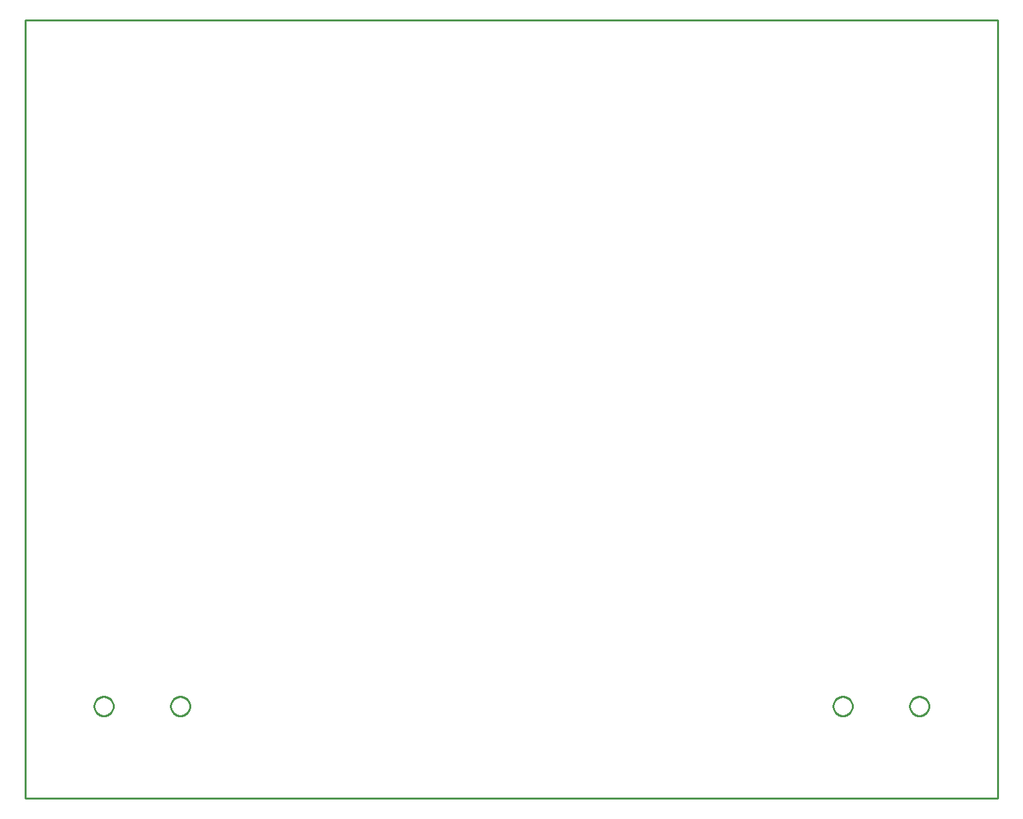
<source format=gbr>
G04 EAGLE Gerber RS-274X export*
G75*
%MOMM*%
%FSLAX34Y34*%
%LPD*%
%IN*%
%IPPOS*%
%AMOC8*
5,1,8,0,0,1.08239X$1,22.5*%
G01*
%ADD10C,0.254000*%


D10*
X0Y0D02*
X1270000Y0D01*
X1270000Y1016000D01*
X0Y1016000D01*
X0Y0D01*
X189900Y120991D02*
X189977Y121970D01*
X190131Y122941D01*
X190360Y123896D01*
X190664Y124830D01*
X191039Y125737D01*
X191485Y126612D01*
X191999Y127450D01*
X192576Y128245D01*
X193214Y128992D01*
X193908Y129686D01*
X194655Y130324D01*
X195450Y130901D01*
X196288Y131415D01*
X197163Y131861D01*
X198070Y132236D01*
X199004Y132540D01*
X199960Y132769D01*
X200930Y132923D01*
X201909Y133000D01*
X202891Y133000D01*
X203870Y132923D01*
X204841Y132769D01*
X205796Y132540D01*
X206730Y132236D01*
X207637Y131861D01*
X208512Y131415D01*
X209350Y130901D01*
X210145Y130324D01*
X210892Y129686D01*
X211586Y128992D01*
X212224Y128245D01*
X212801Y127450D01*
X213315Y126612D01*
X213761Y125737D01*
X214136Y124830D01*
X214440Y123896D01*
X214669Y122941D01*
X214823Y121970D01*
X214900Y120991D01*
X214900Y120009D01*
X214823Y119030D01*
X214669Y118060D01*
X214440Y117104D01*
X214136Y116170D01*
X213761Y115263D01*
X213315Y114388D01*
X212801Y113550D01*
X212224Y112755D01*
X211586Y112008D01*
X210892Y111314D01*
X210145Y110676D01*
X209350Y110099D01*
X208512Y109585D01*
X207637Y109139D01*
X206730Y108764D01*
X205796Y108460D01*
X204841Y108231D01*
X203870Y108077D01*
X202891Y108000D01*
X201909Y108000D01*
X200930Y108077D01*
X199960Y108231D01*
X199004Y108460D01*
X198070Y108764D01*
X197163Y109139D01*
X196288Y109585D01*
X195450Y110099D01*
X194655Y110676D01*
X193908Y111314D01*
X193214Y112008D01*
X192576Y112755D01*
X191999Y113550D01*
X191485Y114388D01*
X191039Y115263D01*
X190664Y116170D01*
X190360Y117104D01*
X190131Y118060D01*
X189977Y119030D01*
X189900Y120009D01*
X189900Y120991D01*
X89900Y120991D02*
X89977Y121970D01*
X90131Y122941D01*
X90360Y123896D01*
X90664Y124830D01*
X91039Y125737D01*
X91485Y126612D01*
X91999Y127450D01*
X92576Y128245D01*
X93214Y128992D01*
X93908Y129686D01*
X94655Y130324D01*
X95450Y130901D01*
X96288Y131415D01*
X97163Y131861D01*
X98070Y132236D01*
X99004Y132540D01*
X99960Y132769D01*
X100930Y132923D01*
X101909Y133000D01*
X102891Y133000D01*
X103870Y132923D01*
X104841Y132769D01*
X105796Y132540D01*
X106730Y132236D01*
X107637Y131861D01*
X108512Y131415D01*
X109350Y130901D01*
X110145Y130324D01*
X110892Y129686D01*
X111586Y128992D01*
X112224Y128245D01*
X112801Y127450D01*
X113315Y126612D01*
X113761Y125737D01*
X114136Y124830D01*
X114440Y123896D01*
X114669Y122941D01*
X114823Y121970D01*
X114900Y120991D01*
X114900Y120009D01*
X114823Y119030D01*
X114669Y118060D01*
X114440Y117104D01*
X114136Y116170D01*
X113761Y115263D01*
X113315Y114388D01*
X112801Y113550D01*
X112224Y112755D01*
X111586Y112008D01*
X110892Y111314D01*
X110145Y110676D01*
X109350Y110099D01*
X108512Y109585D01*
X107637Y109139D01*
X106730Y108764D01*
X105796Y108460D01*
X104841Y108231D01*
X103870Y108077D01*
X102891Y108000D01*
X101909Y108000D01*
X100930Y108077D01*
X99960Y108231D01*
X99004Y108460D01*
X98070Y108764D01*
X97163Y109139D01*
X96288Y109585D01*
X95450Y110099D01*
X94655Y110676D01*
X93908Y111314D01*
X93214Y112008D01*
X92576Y112755D01*
X91999Y113550D01*
X91485Y114388D01*
X91039Y115263D01*
X90664Y116170D01*
X90360Y117104D01*
X90131Y118060D01*
X89977Y119030D01*
X89900Y120009D01*
X89900Y120991D01*
X1155100Y120991D02*
X1155177Y121970D01*
X1155331Y122941D01*
X1155560Y123896D01*
X1155864Y124830D01*
X1156239Y125737D01*
X1156685Y126612D01*
X1157199Y127450D01*
X1157776Y128245D01*
X1158414Y128992D01*
X1159108Y129686D01*
X1159855Y130324D01*
X1160650Y130901D01*
X1161488Y131415D01*
X1162363Y131861D01*
X1163270Y132236D01*
X1164204Y132540D01*
X1165160Y132769D01*
X1166130Y132923D01*
X1167109Y133000D01*
X1168091Y133000D01*
X1169070Y132923D01*
X1170041Y132769D01*
X1170996Y132540D01*
X1171930Y132236D01*
X1172837Y131861D01*
X1173712Y131415D01*
X1174550Y130901D01*
X1175345Y130324D01*
X1176092Y129686D01*
X1176786Y128992D01*
X1177424Y128245D01*
X1178001Y127450D01*
X1178515Y126612D01*
X1178961Y125737D01*
X1179336Y124830D01*
X1179640Y123896D01*
X1179869Y122941D01*
X1180023Y121970D01*
X1180100Y120991D01*
X1180100Y120009D01*
X1180023Y119030D01*
X1179869Y118060D01*
X1179640Y117104D01*
X1179336Y116170D01*
X1178961Y115263D01*
X1178515Y114388D01*
X1178001Y113550D01*
X1177424Y112755D01*
X1176786Y112008D01*
X1176092Y111314D01*
X1175345Y110676D01*
X1174550Y110099D01*
X1173712Y109585D01*
X1172837Y109139D01*
X1171930Y108764D01*
X1170996Y108460D01*
X1170041Y108231D01*
X1169070Y108077D01*
X1168091Y108000D01*
X1167109Y108000D01*
X1166130Y108077D01*
X1165160Y108231D01*
X1164204Y108460D01*
X1163270Y108764D01*
X1162363Y109139D01*
X1161488Y109585D01*
X1160650Y110099D01*
X1159855Y110676D01*
X1159108Y111314D01*
X1158414Y112008D01*
X1157776Y112755D01*
X1157199Y113550D01*
X1156685Y114388D01*
X1156239Y115263D01*
X1155864Y116170D01*
X1155560Y117104D01*
X1155331Y118060D01*
X1155177Y119030D01*
X1155100Y120009D01*
X1155100Y120991D01*
X1055100Y120991D02*
X1055177Y121970D01*
X1055331Y122941D01*
X1055560Y123896D01*
X1055864Y124830D01*
X1056239Y125737D01*
X1056685Y126612D01*
X1057199Y127450D01*
X1057776Y128245D01*
X1058414Y128992D01*
X1059108Y129686D01*
X1059855Y130324D01*
X1060650Y130901D01*
X1061488Y131415D01*
X1062363Y131861D01*
X1063270Y132236D01*
X1064204Y132540D01*
X1065160Y132769D01*
X1066130Y132923D01*
X1067109Y133000D01*
X1068091Y133000D01*
X1069070Y132923D01*
X1070041Y132769D01*
X1070996Y132540D01*
X1071930Y132236D01*
X1072837Y131861D01*
X1073712Y131415D01*
X1074550Y130901D01*
X1075345Y130324D01*
X1076092Y129686D01*
X1076786Y128992D01*
X1077424Y128245D01*
X1078001Y127450D01*
X1078515Y126612D01*
X1078961Y125737D01*
X1079336Y124830D01*
X1079640Y123896D01*
X1079869Y122941D01*
X1080023Y121970D01*
X1080100Y120991D01*
X1080100Y120009D01*
X1080023Y119030D01*
X1079869Y118060D01*
X1079640Y117104D01*
X1079336Y116170D01*
X1078961Y115263D01*
X1078515Y114388D01*
X1078001Y113550D01*
X1077424Y112755D01*
X1076786Y112008D01*
X1076092Y111314D01*
X1075345Y110676D01*
X1074550Y110099D01*
X1073712Y109585D01*
X1072837Y109139D01*
X1071930Y108764D01*
X1070996Y108460D01*
X1070041Y108231D01*
X1069070Y108077D01*
X1068091Y108000D01*
X1067109Y108000D01*
X1066130Y108077D01*
X1065160Y108231D01*
X1064204Y108460D01*
X1063270Y108764D01*
X1062363Y109139D01*
X1061488Y109585D01*
X1060650Y110099D01*
X1059855Y110676D01*
X1059108Y111314D01*
X1058414Y112008D01*
X1057776Y112755D01*
X1057199Y113550D01*
X1056685Y114388D01*
X1056239Y115263D01*
X1055864Y116170D01*
X1055560Y117104D01*
X1055331Y118060D01*
X1055177Y119030D01*
X1055100Y120009D01*
X1055100Y120991D01*
M02*

</source>
